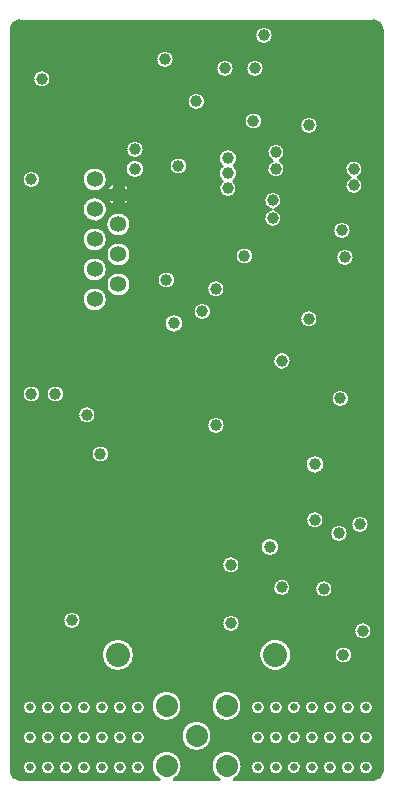
<source format=gbr>
G04 Generated by Ultiboard 14.0 *
%FSLAX24Y24*%
%MOIN*%

%ADD10C,0.0001*%
%ADD11C,0.0100*%
%ADD12C,0.0735*%
%ADD13C,0.0250*%
%ADD14C,0.0394*%
%ADD15C,0.0800*%
%ADD16C,0.0534*%


G04 ColorRGB 3333CC for the following layer *
%LNCopper Inner 1*%
%LPD*%
G54D10*
G36*
X-27949Y32291D02*
X-27949Y32291D01*
X-16138Y32291D01*
X-16133Y32291D01*
G74*
D01*
G02X-15855Y32013I5J283*
G01*
G74*
D01*
G03X-15855Y32008I110J2*
G01*
X-15855Y32008D01*
X-15855Y7283D01*
G75*
D01*
G03X-15855Y7278I110J-2*
G01*
G74*
D01*
G02X-16133Y7000I283J5*
G01*
X-16138Y7000D01*
X-16138Y7000D01*
X-20788Y7000D01*
G75*
D01*
G03X-21300Y7000I-256J449*
G01*
X-21300Y7000D01*
X-22788Y7000D01*
G75*
D01*
G03X-23300Y7000I-256J449*
G01*
X-23300Y7000D01*
X-27949Y7000D01*
G75*
D01*
G03X-27954Y7000I-3J-110*
G01*
G74*
D01*
G02X-28233Y7278I4J283*
G01*
G75*
D01*
G03X-28232Y7283I-107J24*
G01*
X-28232Y7283D01*
X-28232Y32008D01*
G74*
D01*
G03X-28233Y32013I109J19*
G01*
G74*
D01*
G02X-27954Y32291I284J6*
G01*
G75*
D01*
G03X-27949Y32291I2J110*
G01*
D02*
G37*
%LPC*%
G36*
X-19005Y8552D02*
G75*
D01*
G03X-19005Y8552I205J-152*
G01*
D02*
G37*
G36*
X-19005Y9552D02*
G75*
D01*
G03X-19005Y9552I205J-152*
G01*
D02*
G37*
G36*
X-19005Y11512D02*
G75*
D01*
G03X-19005Y11512I-413J-362*
G01*
D02*
G37*
G36*
X-19005Y13637D02*
G75*
D01*
G03X-19005Y13637I-195J-237*
G01*
D02*
G37*
G36*
X-19005Y15652D02*
G75*
D01*
G03X-19005Y15652I55J-302*
G01*
D02*
G37*
G36*
X-19005Y7552D02*
G75*
D01*
G03X-19005Y7552I205J-152*
G01*
D02*
G37*
G36*
X-19005Y21187D02*
G75*
D01*
G03X-19005Y21187I-195J-237*
G01*
D02*
G37*
G36*
X-19005Y17265D02*
G75*
D01*
G03X-19005Y17265I155J-265*
G01*
D02*
G37*
G36*
X-21790Y25677D02*
G75*
D01*
G03X-21790Y25677I140J273*
G01*
D02*
G37*
G36*
X-25027Y25677D02*
G75*
D01*
G03X-25027Y25677I377J-177*
G01*
D02*
G37*
G36*
X-25701Y25677D02*
G75*
D01*
G03X-25701Y25677I264J323*
G01*
D02*
G37*
G36*
X-19436Y26000D02*
G75*
D01*
G03X-19564Y26000I-64J299*
G01*
G75*
D01*
G03X-19436Y26000I64J-299*
G01*
D02*
G37*
G36*
X-21344Y16228D02*
G75*
D01*
G03X-21344Y16228I-306J22*
G01*
D02*
G37*
G36*
X-16936Y27075D02*
G75*
D01*
G03X-16664Y27075I136J-274*
G01*
G75*
D01*
G03X-16936Y27075I-136J274*
G01*
D02*
G37*
G36*
X-18607Y28800D02*
G75*
D01*
G03X-18607Y28800I307J0*
G01*
D02*
G37*
G36*
X-16907Y15500D02*
G75*
D01*
G03X-16907Y15500I307J0*
G01*
D02*
G37*
G36*
X-18455Y7400D02*
G75*
D01*
G03X-18455Y7400I255J0*
G01*
D02*
G37*
G36*
X-17855Y7400D02*
G75*
D01*
G03X-17855Y7400I255J0*
G01*
D02*
G37*
G36*
X-16655Y7400D02*
G75*
D01*
G03X-16655Y7400I255J0*
G01*
D02*
G37*
G36*
X-17255Y7400D02*
G75*
D01*
G03X-17255Y7400I255J0*
G01*
D02*
G37*
G36*
X-18455Y8400D02*
G75*
D01*
G03X-18455Y8400I255J0*
G01*
D02*
G37*
G36*
X-17855Y8400D02*
G75*
D01*
G03X-17855Y8400I255J0*
G01*
D02*
G37*
G36*
X-16655Y8400D02*
G75*
D01*
G03X-16655Y8400I255J0*
G01*
D02*
G37*
G36*
X-17255Y8400D02*
G75*
D01*
G03X-17255Y8400I255J0*
G01*
D02*
G37*
G36*
X-18455Y9400D02*
G75*
D01*
G03X-18455Y9400I255J0*
G01*
D02*
G37*
G36*
X-17855Y9400D02*
G75*
D01*
G03X-17855Y9400I255J0*
G01*
D02*
G37*
G36*
X-17255Y9400D02*
G75*
D01*
G03X-17255Y9400I255J0*
G01*
D02*
G37*
G36*
X-16655Y9400D02*
G75*
D01*
G03X-16655Y9400I255J0*
G01*
D02*
G37*
G36*
X-17457Y11150D02*
G75*
D01*
G03X-17457Y11150I307J0*
G01*
D02*
G37*
G36*
X-16807Y11950D02*
G75*
D01*
G03X-16807Y11950I307J0*
G01*
D02*
G37*
G36*
X-18107Y13350D02*
G75*
D01*
G03X-18107Y13350I307J0*
G01*
D02*
G37*
G36*
X-17607Y15200D02*
G75*
D01*
G03X-17607Y15200I307J0*
G01*
D02*
G37*
G36*
X-18407Y15650D02*
G75*
D01*
G03X-18407Y15650I307J0*
G01*
D02*
G37*
G36*
X-17507Y25300D02*
G75*
D01*
G03X-17507Y25300I307J0*
G01*
D02*
G37*
G36*
X-18427Y17500D02*
G75*
D01*
G03X-18427Y17500I327J0*
G01*
D02*
G37*
G36*
X-17557Y19700D02*
G75*
D01*
G03X-17557Y19700I307J0*
G01*
D02*
G37*
G36*
X-18607Y22350D02*
G75*
D01*
G03X-18607Y22350I307J0*
G01*
D02*
G37*
G36*
X-17407Y24400D02*
G75*
D01*
G03X-17407Y24400I307J0*
G01*
D02*
G37*
G36*
X-27857Y27000D02*
G75*
D01*
G03X-27857Y27000I307J0*
G01*
D02*
G37*
G36*
X-25854Y27000D02*
G75*
D01*
G03X-25854Y27000I417J0*
G01*
D02*
G37*
G36*
X-25040Y26648D02*
X-25040Y26648D01*
X-24798Y26648D01*
X-24798Y26890D01*
G74*
D01*
G03X-25040Y26648I148J390*
G01*
D02*
G37*
G36*
X-24502Y26890D02*
X-24502Y26890D01*
X-24502Y26648D01*
X-24260Y26648D01*
G74*
D01*
G03X-24502Y26890I390J148*
G01*
D02*
G37*
G36*
X-24260Y26352D02*
X-24260Y26352D01*
X-24502Y26352D01*
X-24502Y26110D01*
G74*
D01*
G03X-24260Y26352I148J390*
G01*
D02*
G37*
G36*
X-24798Y26110D02*
X-24798Y26110D01*
X-24798Y26352D01*
X-25040Y26352D01*
G74*
D01*
G03X-24798Y26110I390J148*
G01*
D02*
G37*
G36*
X-24847Y26500D02*
G75*
D01*
G03X-24847Y26500I197J0*
G01*
D02*
G37*
G36*
X-21211Y27450D02*
G75*
D01*
G03X-21195Y26937I211J-250*
G01*
G75*
D01*
G03X-20805Y26937I195J-236*
G01*
G75*
D01*
G03X-20789Y27450I-195J263*
G01*
G75*
D01*
G03X-21211Y27450I-211J250*
G01*
D02*
G37*
G36*
X-24427Y27350D02*
G75*
D01*
G03X-24427Y27350I327J0*
G01*
D02*
G37*
G36*
X-22957Y27450D02*
G75*
D01*
G03X-22957Y27450I307J0*
G01*
D02*
G37*
G36*
X-19536Y27625D02*
G75*
D01*
G03X-19264Y27625I136J-274*
G01*
G75*
D01*
G03X-19536Y27625I-136J274*
G01*
D02*
G37*
G36*
X-24407Y28000D02*
G75*
D01*
G03X-24407Y28000I307J0*
G01*
D02*
G37*
G36*
X-20457Y28950D02*
G75*
D01*
G03X-20457Y28950I307J0*
G01*
D02*
G37*
G36*
X-22357Y29600D02*
G75*
D01*
G03X-22357Y29600I307J0*
G01*
D02*
G37*
G36*
X-27507Y30350D02*
G75*
D01*
G03X-27507Y30350I307J0*
G01*
D02*
G37*
G36*
X-23407Y31000D02*
G75*
D01*
G03X-23407Y31000I307J0*
G01*
D02*
G37*
G36*
X-21407Y30700D02*
G75*
D01*
G03X-21407Y30700I307J0*
G01*
D02*
G37*
G36*
X-20407Y30700D02*
G75*
D01*
G03X-20407Y30700I307J0*
G01*
D02*
G37*
G36*
X-20107Y31800D02*
G75*
D01*
G03X-20107Y31800I307J0*
G01*
D02*
G37*
G36*
X-27855Y7400D02*
G75*
D01*
G03X-27855Y7400I255J0*
G01*
D02*
G37*
G36*
X-27255Y7400D02*
G75*
D01*
G03X-27255Y7400I255J0*
G01*
D02*
G37*
G36*
X-26055Y7400D02*
G75*
D01*
G03X-26055Y7400I255J0*
G01*
D02*
G37*
G36*
X-26655Y7400D02*
G75*
D01*
G03X-26655Y7400I255J0*
G01*
D02*
G37*
G36*
X-25455Y7400D02*
G75*
D01*
G03X-25455Y7400I255J0*
G01*
D02*
G37*
G36*
X-24855Y7400D02*
G75*
D01*
G03X-24855Y7400I255J0*
G01*
D02*
G37*
G36*
X-24255Y7400D02*
G75*
D01*
G03X-24255Y7400I255J0*
G01*
D02*
G37*
G36*
X-20255Y7400D02*
G75*
D01*
G03X-20255Y7400I255J0*
G01*
D02*
G37*
G36*
X-19655Y7400D02*
G75*
D01*
G03X-19655Y7400I255J0*
G01*
D02*
G37*
G36*
X-27855Y8400D02*
G75*
D01*
G03X-27855Y8400I255J0*
G01*
D02*
G37*
G36*
X-27255Y8400D02*
G75*
D01*
G03X-27255Y8400I255J0*
G01*
D02*
G37*
G36*
X-26055Y8400D02*
G75*
D01*
G03X-26055Y8400I255J0*
G01*
D02*
G37*
G36*
X-26655Y8400D02*
G75*
D01*
G03X-26655Y8400I255J0*
G01*
D02*
G37*
G36*
X-25455Y8400D02*
G75*
D01*
G03X-25455Y8400I255J0*
G01*
D02*
G37*
G36*
X-24855Y8400D02*
G75*
D01*
G03X-24855Y8400I255J0*
G01*
D02*
G37*
G36*
X-24255Y8400D02*
G75*
D01*
G03X-24255Y8400I255J0*
G01*
D02*
G37*
G36*
X-22561Y8450D02*
G75*
D01*
G03X-22561Y8450I517J0*
G01*
D02*
G37*
G36*
X-20255Y8400D02*
G75*
D01*
G03X-20255Y8400I255J0*
G01*
D02*
G37*
G36*
X-19655Y8400D02*
G75*
D01*
G03X-19655Y8400I255J0*
G01*
D02*
G37*
G36*
X-27855Y9400D02*
G75*
D01*
G03X-27855Y9400I255J0*
G01*
D02*
G37*
G36*
X-27255Y9400D02*
G75*
D01*
G03X-27255Y9400I255J0*
G01*
D02*
G37*
G36*
X-26655Y9400D02*
G75*
D01*
G03X-26655Y9400I255J0*
G01*
D02*
G37*
G36*
X-26055Y9400D02*
G75*
D01*
G03X-26055Y9400I255J0*
G01*
D02*
G37*
G36*
X-25455Y9400D02*
G75*
D01*
G03X-25455Y9400I255J0*
G01*
D02*
G37*
G36*
X-24855Y9400D02*
G75*
D01*
G03X-24855Y9400I255J0*
G01*
D02*
G37*
G36*
X-24255Y9400D02*
G75*
D01*
G03X-24255Y9400I255J0*
G01*
D02*
G37*
G36*
X-23561Y9450D02*
G75*
D01*
G03X-23561Y9450I517J0*
G01*
D02*
G37*
G36*
X-21561Y9450D02*
G75*
D01*
G03X-21561Y9450I517J0*
G01*
D02*
G37*
G36*
X-20255Y9400D02*
G75*
D01*
G03X-20255Y9400I255J0*
G01*
D02*
G37*
G36*
X-19655Y9400D02*
G75*
D01*
G03X-19655Y9400I255J0*
G01*
D02*
G37*
G36*
X-25218Y11150D02*
G75*
D01*
G03X-25218Y11150I550J0*
G01*
D02*
G37*
G36*
X-26507Y12300D02*
G75*
D01*
G03X-26507Y12300I307J0*
G01*
D02*
G37*
G36*
X-21207Y12200D02*
G75*
D01*
G03X-21207Y12200I307J0*
G01*
D02*
G37*
G36*
X-21207Y14150D02*
G75*
D01*
G03X-21207Y14150I307J0*
G01*
D02*
G37*
G36*
X-19927Y14750D02*
G75*
D01*
G03X-19927Y14750I327J0*
G01*
D02*
G37*
G36*
X-25557Y17850D02*
G75*
D01*
G03X-25557Y17850I307J0*
G01*
D02*
G37*
G36*
X-26007Y19150D02*
G75*
D01*
G03X-26007Y19150I307J0*
G01*
D02*
G37*
G36*
X-21707Y18800D02*
G75*
D01*
G03X-21707Y18800I307J0*
G01*
D02*
G37*
G36*
X-27857Y19850D02*
G75*
D01*
G03X-27857Y19850I307J0*
G01*
D02*
G37*
G36*
X-27057Y19850D02*
G75*
D01*
G03X-27057Y19850I307J0*
G01*
D02*
G37*
G36*
X-23127Y22200D02*
G75*
D01*
G03X-23127Y22200I327J0*
G01*
D02*
G37*
G36*
X-25854Y23000D02*
G75*
D01*
G03X-25854Y23000I417J0*
G01*
D02*
G37*
G36*
X-22157Y22600D02*
G75*
D01*
G03X-22157Y22600I307J0*
G01*
D02*
G37*
G36*
X-25854Y24000D02*
G75*
D01*
G03X-25854Y24000I417J0*
G01*
D02*
G37*
G36*
X-25067Y23500D02*
G75*
D01*
G03X-25067Y23500I417J0*
G01*
D02*
G37*
G36*
X-23357Y23650D02*
G75*
D01*
G03X-23357Y23650I307J0*
G01*
D02*
G37*
G36*
X-21707Y23350D02*
G75*
D01*
G03X-21707Y23350I307J0*
G01*
D02*
G37*
G36*
X-25067Y24500D02*
G75*
D01*
G03X-25067Y24500I417J0*
G01*
D02*
G37*
G36*
X-20757Y24450D02*
G75*
D01*
G03X-20757Y24450I307J0*
G01*
D02*
G37*
G36*
X-25854Y25000D02*
G75*
D01*
G03X-25854Y25000I417J0*
G01*
D02*
G37*
%LPD*%
G54D11*
X-19005Y8552D02*
G75*
D01*
G03X-19005Y8552I205J-152*
G01*
X-19005Y9552D02*
G75*
D01*
G03X-19005Y9552I205J-152*
G01*
X-19005Y11512D02*
G75*
D01*
G03X-19005Y11512I-413J-362*
G01*
X-19005Y13637D02*
G75*
D01*
G03X-19005Y13637I-195J-237*
G01*
X-19005Y15652D02*
G75*
D01*
G03X-19005Y15652I55J-302*
G01*
X-19005Y7552D02*
G75*
D01*
G03X-19005Y7552I205J-152*
G01*
X-19005Y21187D02*
G75*
D01*
G03X-19005Y21187I-195J-237*
G01*
X-19005Y17265D02*
G75*
D01*
G03X-19005Y17265I155J-265*
G01*
X-21790Y25677D02*
G75*
D01*
G03X-21790Y25677I140J273*
G01*
X-25027Y25677D02*
G75*
D01*
G03X-25027Y25677I377J-177*
G01*
X-25701Y25677D02*
G75*
D01*
G03X-25701Y25677I264J323*
G01*
X-19436Y26000D02*
G75*
D01*
G03X-19564Y26000I-64J299*
G01*
G75*
D01*
G03X-19436Y26000I64J-299*
G01*
X-21344Y16228D02*
G75*
D01*
G03X-21344Y16228I-306J22*
G01*
X-16936Y27075D02*
G75*
D01*
G03X-16664Y27075I136J-274*
G01*
G75*
D01*
G03X-16936Y27075I-136J274*
G01*
X-18607Y28800D02*
G75*
D01*
G03X-18607Y28800I307J0*
G01*
X-16907Y15500D02*
G75*
D01*
G03X-16907Y15500I307J0*
G01*
X-18455Y7400D02*
G75*
D01*
G03X-18455Y7400I255J0*
G01*
X-17855Y7400D02*
G75*
D01*
G03X-17855Y7400I255J0*
G01*
X-16655Y7400D02*
G75*
D01*
G03X-16655Y7400I255J0*
G01*
X-17255Y7400D02*
G75*
D01*
G03X-17255Y7400I255J0*
G01*
X-18455Y8400D02*
G75*
D01*
G03X-18455Y8400I255J0*
G01*
X-17855Y8400D02*
G75*
D01*
G03X-17855Y8400I255J0*
G01*
X-16655Y8400D02*
G75*
D01*
G03X-16655Y8400I255J0*
G01*
X-17255Y8400D02*
G75*
D01*
G03X-17255Y8400I255J0*
G01*
X-18455Y9400D02*
G75*
D01*
G03X-18455Y9400I255J0*
G01*
X-17855Y9400D02*
G75*
D01*
G03X-17855Y9400I255J0*
G01*
X-17255Y9400D02*
G75*
D01*
G03X-17255Y9400I255J0*
G01*
X-16655Y9400D02*
G75*
D01*
G03X-16655Y9400I255J0*
G01*
X-17457Y11150D02*
G75*
D01*
G03X-17457Y11150I307J0*
G01*
X-16807Y11950D02*
G75*
D01*
G03X-16807Y11950I307J0*
G01*
X-18107Y13350D02*
G75*
D01*
G03X-18107Y13350I307J0*
G01*
X-17607Y15200D02*
G75*
D01*
G03X-17607Y15200I307J0*
G01*
X-18407Y15650D02*
G75*
D01*
G03X-18407Y15650I307J0*
G01*
X-17507Y25300D02*
G75*
D01*
G03X-17507Y25300I307J0*
G01*
X-18427Y17500D02*
G75*
D01*
G03X-18427Y17500I327J0*
G01*
X-17557Y19700D02*
G75*
D01*
G03X-17557Y19700I307J0*
G01*
X-18607Y22350D02*
G75*
D01*
G03X-18607Y22350I307J0*
G01*
X-17407Y24400D02*
G75*
D01*
G03X-17407Y24400I307J0*
G01*
X-27857Y27000D02*
G75*
D01*
G03X-27857Y27000I307J0*
G01*
X-25854Y27000D02*
G75*
D01*
G03X-25854Y27000I417J0*
G01*
X-25040Y26648D02*
X-24798Y26648D01*
X-24798Y26890D01*
G74*
D01*
G03X-25040Y26648I148J390*
G01*
X-24502Y26890D02*
X-24502Y26648D01*
X-24260Y26648D01*
G74*
D01*
G03X-24502Y26890I390J148*
G01*
X-24260Y26352D02*
X-24502Y26352D01*
X-24502Y26110D01*
G74*
D01*
G03X-24260Y26352I148J390*
G01*
X-24798Y26110D02*
X-24798Y26352D01*
X-25040Y26352D01*
G74*
D01*
G03X-24798Y26110I390J148*
G01*
X-24847Y26500D02*
G75*
D01*
G03X-24847Y26500I197J0*
G01*
X-21211Y27450D02*
G75*
D01*
G03X-21195Y26937I211J-250*
G01*
G75*
D01*
G03X-20805Y26937I195J-236*
G01*
G75*
D01*
G03X-20789Y27450I-195J263*
G01*
G75*
D01*
G03X-21211Y27450I-211J250*
G01*
X-24427Y27350D02*
G75*
D01*
G03X-24427Y27350I327J0*
G01*
X-22957Y27450D02*
G75*
D01*
G03X-22957Y27450I307J0*
G01*
X-19536Y27625D02*
G75*
D01*
G03X-19264Y27625I136J-274*
G01*
G75*
D01*
G03X-19536Y27625I-136J274*
G01*
X-24407Y28000D02*
G75*
D01*
G03X-24407Y28000I307J0*
G01*
X-20457Y28950D02*
G75*
D01*
G03X-20457Y28950I307J0*
G01*
X-22357Y29600D02*
G75*
D01*
G03X-22357Y29600I307J0*
G01*
X-27507Y30350D02*
G75*
D01*
G03X-27507Y30350I307J0*
G01*
X-23407Y31000D02*
G75*
D01*
G03X-23407Y31000I307J0*
G01*
X-21407Y30700D02*
G75*
D01*
G03X-21407Y30700I307J0*
G01*
X-20407Y30700D02*
G75*
D01*
G03X-20407Y30700I307J0*
G01*
X-20107Y31800D02*
G75*
D01*
G03X-20107Y31800I307J0*
G01*
X-27855Y7400D02*
G75*
D01*
G03X-27855Y7400I255J0*
G01*
X-27255Y7400D02*
G75*
D01*
G03X-27255Y7400I255J0*
G01*
X-26055Y7400D02*
G75*
D01*
G03X-26055Y7400I255J0*
G01*
X-26655Y7400D02*
G75*
D01*
G03X-26655Y7400I255J0*
G01*
X-25455Y7400D02*
G75*
D01*
G03X-25455Y7400I255J0*
G01*
X-24855Y7400D02*
G75*
D01*
G03X-24855Y7400I255J0*
G01*
X-24255Y7400D02*
G75*
D01*
G03X-24255Y7400I255J0*
G01*
X-20255Y7400D02*
G75*
D01*
G03X-20255Y7400I255J0*
G01*
X-19655Y7400D02*
G75*
D01*
G03X-19655Y7400I255J0*
G01*
X-27855Y8400D02*
G75*
D01*
G03X-27855Y8400I255J0*
G01*
X-27255Y8400D02*
G75*
D01*
G03X-27255Y8400I255J0*
G01*
X-26055Y8400D02*
G75*
D01*
G03X-26055Y8400I255J0*
G01*
X-26655Y8400D02*
G75*
D01*
G03X-26655Y8400I255J0*
G01*
X-25455Y8400D02*
G75*
D01*
G03X-25455Y8400I255J0*
G01*
X-24855Y8400D02*
G75*
D01*
G03X-24855Y8400I255J0*
G01*
X-24255Y8400D02*
G75*
D01*
G03X-24255Y8400I255J0*
G01*
X-22561Y8450D02*
G75*
D01*
G03X-22561Y8450I517J0*
G01*
X-20255Y8400D02*
G75*
D01*
G03X-20255Y8400I255J0*
G01*
X-19655Y8400D02*
G75*
D01*
G03X-19655Y8400I255J0*
G01*
X-27855Y9400D02*
G75*
D01*
G03X-27855Y9400I255J0*
G01*
X-27255Y9400D02*
G75*
D01*
G03X-27255Y9400I255J0*
G01*
X-26655Y9400D02*
G75*
D01*
G03X-26655Y9400I255J0*
G01*
X-26055Y9400D02*
G75*
D01*
G03X-26055Y9400I255J0*
G01*
X-25455Y9400D02*
G75*
D01*
G03X-25455Y9400I255J0*
G01*
X-24855Y9400D02*
G75*
D01*
G03X-24855Y9400I255J0*
G01*
X-24255Y9400D02*
G75*
D01*
G03X-24255Y9400I255J0*
G01*
X-23561Y9450D02*
G75*
D01*
G03X-23561Y9450I517J0*
G01*
X-21561Y9450D02*
G75*
D01*
G03X-21561Y9450I517J0*
G01*
X-20255Y9400D02*
G75*
D01*
G03X-20255Y9400I255J0*
G01*
X-19655Y9400D02*
G75*
D01*
G03X-19655Y9400I255J0*
G01*
X-25218Y11150D02*
G75*
D01*
G03X-25218Y11150I550J0*
G01*
X-26507Y12300D02*
G75*
D01*
G03X-26507Y12300I307J0*
G01*
X-21207Y12200D02*
G75*
D01*
G03X-21207Y12200I307J0*
G01*
X-21207Y14150D02*
G75*
D01*
G03X-21207Y14150I307J0*
G01*
X-19927Y14750D02*
G75*
D01*
G03X-19927Y14750I327J0*
G01*
X-25557Y17850D02*
G75*
D01*
G03X-25557Y17850I307J0*
G01*
X-26007Y19150D02*
G75*
D01*
G03X-26007Y19150I307J0*
G01*
X-21707Y18800D02*
G75*
D01*
G03X-21707Y18800I307J0*
G01*
X-27857Y19850D02*
G75*
D01*
G03X-27857Y19850I307J0*
G01*
X-27057Y19850D02*
G75*
D01*
G03X-27057Y19850I307J0*
G01*
X-23127Y22200D02*
G75*
D01*
G03X-23127Y22200I327J0*
G01*
X-25854Y23000D02*
G75*
D01*
G03X-25854Y23000I417J0*
G01*
X-22157Y22600D02*
G75*
D01*
G03X-22157Y22600I307J0*
G01*
X-25854Y24000D02*
G75*
D01*
G03X-25854Y24000I417J0*
G01*
X-25067Y23500D02*
G75*
D01*
G03X-25067Y23500I417J0*
G01*
X-23357Y23650D02*
G75*
D01*
G03X-23357Y23650I307J0*
G01*
X-21707Y23350D02*
G75*
D01*
G03X-21707Y23350I307J0*
G01*
X-25067Y24500D02*
G75*
D01*
G03X-25067Y24500I417J0*
G01*
X-20757Y24450D02*
G75*
D01*
G03X-20757Y24450I307J0*
G01*
X-25854Y25000D02*
G75*
D01*
G03X-25854Y25000I417J0*
G01*
X-27949Y32291D02*
X-16138Y32291D01*
X-16133Y32291D01*
G74*
D01*
G02X-15855Y32013I5J283*
G01*
G74*
D01*
G03X-15855Y32008I110J2*
G01*
X-15855Y7283D01*
G75*
D01*
G03X-15855Y7278I110J-2*
G01*
G74*
D01*
G02X-16133Y7000I283J5*
G01*
X-16138Y7000D01*
X-20788Y7000D01*
G75*
D01*
G03X-21300Y7000I-256J449*
G01*
X-22788Y7000D01*
G75*
D01*
G03X-23300Y7000I-256J449*
G01*
X-27949Y7000D01*
G75*
D01*
G03X-27954Y7000I-3J-110*
G01*
G74*
D01*
G02X-28233Y7278I4J283*
G01*
G75*
D01*
G03X-28232Y7283I-107J24*
G01*
X-28232Y32008D01*
G74*
D01*
G03X-28233Y32013I109J19*
G01*
G74*
D01*
G02X-27954Y32291I284J6*
G01*
G75*
D01*
G03X-27949Y32291I2J110*
G01*
G54D12*
X-22044Y8450D03*
X-21044Y9450D03*
X-23044Y9450D03*
X-21044Y7450D03*
X-23044Y7450D03*
G54D13*
X-18200Y7400D03*
X-18200Y8400D03*
X-20000Y9400D03*
X-19400Y9400D03*
X-18800Y9400D03*
X-18200Y9400D03*
X-17600Y9400D03*
X-17000Y9400D03*
X-16400Y9400D03*
X-20000Y8400D03*
X-19400Y8400D03*
X-18800Y8400D03*
X-17000Y8400D03*
X-17600Y8400D03*
X-16400Y8400D03*
X-20000Y7400D03*
X-19400Y7400D03*
X-18800Y7400D03*
X-16400Y7400D03*
X-17000Y7400D03*
X-17600Y7400D03*
X-24000Y7400D03*
X-24600Y7400D03*
X-25200Y7400D03*
X-25800Y7400D03*
X-26400Y7400D03*
X-27000Y7400D03*
X-27600Y7400D03*
X-24000Y8400D03*
X-24600Y8400D03*
X-24000Y9400D03*
X-24600Y9400D03*
X-25200Y9400D03*
X-27600Y9400D03*
X-27600Y8400D03*
X-25200Y8400D03*
X-25800Y8400D03*
X-26400Y8400D03*
X-27000Y8400D03*
X-27000Y9400D03*
X-26400Y9400D03*
X-25800Y9400D03*
G54D14*
X-25250Y17850D03*
X-25700Y19150D03*
X-21000Y27200D03*
X-21000Y27700D03*
X-24100Y27350D03*
X-19600Y14750D03*
X-22800Y22200D03*
X-18100Y17500D03*
X-21100Y30700D03*
X-20100Y30700D03*
X-17300Y15200D03*
X-17250Y19700D03*
X-26000Y30350D03*
X-27200Y30350D03*
X-27550Y28000D03*
X-27550Y27000D03*
X-22050Y29600D03*
X-23100Y31000D03*
X-24100Y28000D03*
X-17800Y14750D03*
X-18350Y14750D03*
X-21950Y27650D03*
X-22300Y25950D03*
X-21650Y25950D03*
X-17100Y24400D03*
X-18300Y22350D03*
X-18950Y15350D03*
X-16600Y15500D03*
X-23050Y23650D03*
X-27550Y19850D03*
X-20900Y12200D03*
X-21250Y22350D03*
X-19600Y28950D03*
X-23950Y30350D03*
X-23750Y25050D03*
X-18800Y26750D03*
X-19800Y31800D03*
X-18450Y31250D03*
X-26200Y12300D03*
X-22800Y12400D03*
X-16500Y11950D03*
X-17800Y13350D03*
X-21650Y16250D03*
X-19200Y13400D03*
X-17150Y11150D03*
X-21400Y23350D03*
X-20900Y14150D03*
X-19500Y25700D03*
X-18100Y15650D03*
X-20450Y24450D03*
X-19400Y27350D03*
X-16800Y27350D03*
X-19400Y27900D03*
X-18300Y28800D03*
X-21000Y26700D03*
X-20150Y28950D03*
X-17200Y25300D03*
X-18850Y17000D03*
X-19500Y26300D03*
X-22650Y27450D03*
X-26750Y19850D03*
X-21850Y22600D03*
X-19200Y20950D03*
X-16800Y26800D03*
X-21400Y18800D03*
X-21650Y15700D03*
X-17100Y26200D03*
G54D15*
X-24668Y11150D03*
X-19418Y11150D03*
G54D16*
X-25437Y27000D03*
X-25437Y26000D03*
X-25437Y25000D03*
X-25437Y24000D03*
X-25437Y23000D03*
X-24650Y26500D03*
X-24650Y25500D03*
X-24650Y24500D03*
X-24650Y23500D03*

M02*

</source>
